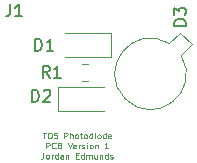
<source format=gbr>
%TF.GenerationSoftware,KiCad,Pcbnew,(5.1.6-0-10_14)*%
%TF.CreationDate,2020-10-21T16:06:14-07:00*%
%TF.ProjectId,photodiode_pcb,70686f74-6f64-4696-9f64-655f7063622e,rev?*%
%TF.SameCoordinates,Original*%
%TF.FileFunction,Legend,Top*%
%TF.FilePolarity,Positive*%
%FSLAX46Y46*%
G04 Gerber Fmt 4.6, Leading zero omitted, Abs format (unit mm)*
G04 Created by KiCad (PCBNEW (5.1.6-0-10_14)) date 2020-10-21 16:06:14*
%MOMM*%
%LPD*%
G01*
G04 APERTURE LIST*
%ADD10C,0.100000*%
%ADD11C,0.120000*%
%ADD12C,0.150000*%
G04 APERTURE END LIST*
D10*
X142117333Y-99714190D02*
X142403047Y-99714190D01*
X142260190Y-100214190D02*
X142260190Y-99714190D01*
X142664952Y-99714190D02*
X142760190Y-99714190D01*
X142807809Y-99738000D01*
X142855428Y-99785619D01*
X142879238Y-99880857D01*
X142879238Y-100047523D01*
X142855428Y-100142761D01*
X142807809Y-100190380D01*
X142760190Y-100214190D01*
X142664952Y-100214190D01*
X142617333Y-100190380D01*
X142569714Y-100142761D01*
X142545904Y-100047523D01*
X142545904Y-99880857D01*
X142569714Y-99785619D01*
X142617333Y-99738000D01*
X142664952Y-99714190D01*
X143331619Y-99714190D02*
X143093523Y-99714190D01*
X143069714Y-99952285D01*
X143093523Y-99928476D01*
X143141142Y-99904666D01*
X143260190Y-99904666D01*
X143307809Y-99928476D01*
X143331619Y-99952285D01*
X143355428Y-99999904D01*
X143355428Y-100118952D01*
X143331619Y-100166571D01*
X143307809Y-100190380D01*
X143260190Y-100214190D01*
X143141142Y-100214190D01*
X143093523Y-100190380D01*
X143069714Y-100166571D01*
X143950666Y-100214190D02*
X143950666Y-99714190D01*
X144141142Y-99714190D01*
X144188761Y-99738000D01*
X144212571Y-99761809D01*
X144236380Y-99809428D01*
X144236380Y-99880857D01*
X144212571Y-99928476D01*
X144188761Y-99952285D01*
X144141142Y-99976095D01*
X143950666Y-99976095D01*
X144450666Y-100214190D02*
X144450666Y-99714190D01*
X144664952Y-100214190D02*
X144664952Y-99952285D01*
X144641142Y-99904666D01*
X144593523Y-99880857D01*
X144522095Y-99880857D01*
X144474476Y-99904666D01*
X144450666Y-99928476D01*
X144974476Y-100214190D02*
X144926857Y-100190380D01*
X144903047Y-100166571D01*
X144879238Y-100118952D01*
X144879238Y-99976095D01*
X144903047Y-99928476D01*
X144926857Y-99904666D01*
X144974476Y-99880857D01*
X145045904Y-99880857D01*
X145093523Y-99904666D01*
X145117333Y-99928476D01*
X145141142Y-99976095D01*
X145141142Y-100118952D01*
X145117333Y-100166571D01*
X145093523Y-100190380D01*
X145045904Y-100214190D01*
X144974476Y-100214190D01*
X145284000Y-99880857D02*
X145474476Y-99880857D01*
X145355428Y-99714190D02*
X145355428Y-100142761D01*
X145379238Y-100190380D01*
X145426857Y-100214190D01*
X145474476Y-100214190D01*
X145712571Y-100214190D02*
X145664952Y-100190380D01*
X145641142Y-100166571D01*
X145617333Y-100118952D01*
X145617333Y-99976095D01*
X145641142Y-99928476D01*
X145664952Y-99904666D01*
X145712571Y-99880857D01*
X145784000Y-99880857D01*
X145831619Y-99904666D01*
X145855428Y-99928476D01*
X145879238Y-99976095D01*
X145879238Y-100118952D01*
X145855428Y-100166571D01*
X145831619Y-100190380D01*
X145784000Y-100214190D01*
X145712571Y-100214190D01*
X146307809Y-100214190D02*
X146307809Y-99714190D01*
X146307809Y-100190380D02*
X146260190Y-100214190D01*
X146164952Y-100214190D01*
X146117333Y-100190380D01*
X146093523Y-100166571D01*
X146069714Y-100118952D01*
X146069714Y-99976095D01*
X146093523Y-99928476D01*
X146117333Y-99904666D01*
X146164952Y-99880857D01*
X146260190Y-99880857D01*
X146307809Y-99904666D01*
X146545904Y-100214190D02*
X146545904Y-99880857D01*
X146545904Y-99714190D02*
X146522095Y-99738000D01*
X146545904Y-99761809D01*
X146569714Y-99738000D01*
X146545904Y-99714190D01*
X146545904Y-99761809D01*
X146855428Y-100214190D02*
X146807809Y-100190380D01*
X146784000Y-100166571D01*
X146760190Y-100118952D01*
X146760190Y-99976095D01*
X146784000Y-99928476D01*
X146807809Y-99904666D01*
X146855428Y-99880857D01*
X146926857Y-99880857D01*
X146974476Y-99904666D01*
X146998285Y-99928476D01*
X147022095Y-99976095D01*
X147022095Y-100118952D01*
X146998285Y-100166571D01*
X146974476Y-100190380D01*
X146926857Y-100214190D01*
X146855428Y-100214190D01*
X147450666Y-100214190D02*
X147450666Y-99714190D01*
X147450666Y-100190380D02*
X147403047Y-100214190D01*
X147307809Y-100214190D01*
X147260190Y-100190380D01*
X147236380Y-100166571D01*
X147212571Y-100118952D01*
X147212571Y-99976095D01*
X147236380Y-99928476D01*
X147260190Y-99904666D01*
X147307809Y-99880857D01*
X147403047Y-99880857D01*
X147450666Y-99904666D01*
X147879238Y-100190380D02*
X147831619Y-100214190D01*
X147736380Y-100214190D01*
X147688761Y-100190380D01*
X147664952Y-100142761D01*
X147664952Y-99952285D01*
X147688761Y-99904666D01*
X147736380Y-99880857D01*
X147831619Y-99880857D01*
X147879238Y-99904666D01*
X147903047Y-99952285D01*
X147903047Y-99999904D01*
X147664952Y-100047523D01*
X142426857Y-101064190D02*
X142426857Y-100564190D01*
X142617333Y-100564190D01*
X142664952Y-100588000D01*
X142688761Y-100611809D01*
X142712571Y-100659428D01*
X142712571Y-100730857D01*
X142688761Y-100778476D01*
X142664952Y-100802285D01*
X142617333Y-100826095D01*
X142426857Y-100826095D01*
X143212571Y-101016571D02*
X143188761Y-101040380D01*
X143117333Y-101064190D01*
X143069714Y-101064190D01*
X142998285Y-101040380D01*
X142950666Y-100992761D01*
X142926857Y-100945142D01*
X142903047Y-100849904D01*
X142903047Y-100778476D01*
X142926857Y-100683238D01*
X142950666Y-100635619D01*
X142998285Y-100588000D01*
X143069714Y-100564190D01*
X143117333Y-100564190D01*
X143188761Y-100588000D01*
X143212571Y-100611809D01*
X143593523Y-100802285D02*
X143664952Y-100826095D01*
X143688761Y-100849904D01*
X143712571Y-100897523D01*
X143712571Y-100968952D01*
X143688761Y-101016571D01*
X143664952Y-101040380D01*
X143617333Y-101064190D01*
X143426857Y-101064190D01*
X143426857Y-100564190D01*
X143593523Y-100564190D01*
X143641142Y-100588000D01*
X143664952Y-100611809D01*
X143688761Y-100659428D01*
X143688761Y-100707047D01*
X143664952Y-100754666D01*
X143641142Y-100778476D01*
X143593523Y-100802285D01*
X143426857Y-100802285D01*
X144236380Y-100564190D02*
X144403047Y-101064190D01*
X144569714Y-100564190D01*
X144926857Y-101040380D02*
X144879238Y-101064190D01*
X144784000Y-101064190D01*
X144736380Y-101040380D01*
X144712571Y-100992761D01*
X144712571Y-100802285D01*
X144736380Y-100754666D01*
X144784000Y-100730857D01*
X144879238Y-100730857D01*
X144926857Y-100754666D01*
X144950666Y-100802285D01*
X144950666Y-100849904D01*
X144712571Y-100897523D01*
X145164952Y-101064190D02*
X145164952Y-100730857D01*
X145164952Y-100826095D02*
X145188761Y-100778476D01*
X145212571Y-100754666D01*
X145260190Y-100730857D01*
X145307809Y-100730857D01*
X145450666Y-101040380D02*
X145498285Y-101064190D01*
X145593523Y-101064190D01*
X145641142Y-101040380D01*
X145664952Y-100992761D01*
X145664952Y-100968952D01*
X145641142Y-100921333D01*
X145593523Y-100897523D01*
X145522095Y-100897523D01*
X145474476Y-100873714D01*
X145450666Y-100826095D01*
X145450666Y-100802285D01*
X145474476Y-100754666D01*
X145522095Y-100730857D01*
X145593523Y-100730857D01*
X145641142Y-100754666D01*
X145879238Y-101064190D02*
X145879238Y-100730857D01*
X145879238Y-100564190D02*
X145855428Y-100588000D01*
X145879238Y-100611809D01*
X145903047Y-100588000D01*
X145879238Y-100564190D01*
X145879238Y-100611809D01*
X146188761Y-101064190D02*
X146141142Y-101040380D01*
X146117333Y-101016571D01*
X146093523Y-100968952D01*
X146093523Y-100826095D01*
X146117333Y-100778476D01*
X146141142Y-100754666D01*
X146188761Y-100730857D01*
X146260190Y-100730857D01*
X146307809Y-100754666D01*
X146331619Y-100778476D01*
X146355428Y-100826095D01*
X146355428Y-100968952D01*
X146331619Y-101016571D01*
X146307809Y-101040380D01*
X146260190Y-101064190D01*
X146188761Y-101064190D01*
X146569714Y-100730857D02*
X146569714Y-101064190D01*
X146569714Y-100778476D02*
X146593523Y-100754666D01*
X146641142Y-100730857D01*
X146712571Y-100730857D01*
X146760190Y-100754666D01*
X146784000Y-100802285D01*
X146784000Y-101064190D01*
X147664952Y-101064190D02*
X147379238Y-101064190D01*
X147522095Y-101064190D02*
X147522095Y-100564190D01*
X147474476Y-100635619D01*
X147426857Y-100683238D01*
X147379238Y-100707047D01*
X142188761Y-101414190D02*
X142188761Y-101771333D01*
X142164952Y-101842761D01*
X142117333Y-101890380D01*
X142045904Y-101914190D01*
X141998285Y-101914190D01*
X142498285Y-101914190D02*
X142450666Y-101890380D01*
X142426857Y-101866571D01*
X142403047Y-101818952D01*
X142403047Y-101676095D01*
X142426857Y-101628476D01*
X142450666Y-101604666D01*
X142498285Y-101580857D01*
X142569714Y-101580857D01*
X142617333Y-101604666D01*
X142641142Y-101628476D01*
X142664952Y-101676095D01*
X142664952Y-101818952D01*
X142641142Y-101866571D01*
X142617333Y-101890380D01*
X142569714Y-101914190D01*
X142498285Y-101914190D01*
X142879238Y-101914190D02*
X142879238Y-101580857D01*
X142879238Y-101676095D02*
X142903047Y-101628476D01*
X142926857Y-101604666D01*
X142974476Y-101580857D01*
X143022095Y-101580857D01*
X143403047Y-101914190D02*
X143403047Y-101414190D01*
X143403047Y-101890380D02*
X143355428Y-101914190D01*
X143260190Y-101914190D01*
X143212571Y-101890380D01*
X143188761Y-101866571D01*
X143164952Y-101818952D01*
X143164952Y-101676095D01*
X143188761Y-101628476D01*
X143212571Y-101604666D01*
X143260190Y-101580857D01*
X143355428Y-101580857D01*
X143403047Y-101604666D01*
X143855428Y-101914190D02*
X143855428Y-101652285D01*
X143831619Y-101604666D01*
X143784000Y-101580857D01*
X143688761Y-101580857D01*
X143641142Y-101604666D01*
X143855428Y-101890380D02*
X143807809Y-101914190D01*
X143688761Y-101914190D01*
X143641142Y-101890380D01*
X143617333Y-101842761D01*
X143617333Y-101795142D01*
X143641142Y-101747523D01*
X143688761Y-101723714D01*
X143807809Y-101723714D01*
X143855428Y-101699904D01*
X144093523Y-101580857D02*
X144093523Y-101914190D01*
X144093523Y-101628476D02*
X144117333Y-101604666D01*
X144164952Y-101580857D01*
X144236380Y-101580857D01*
X144284000Y-101604666D01*
X144307809Y-101652285D01*
X144307809Y-101914190D01*
X144926857Y-101652285D02*
X145093523Y-101652285D01*
X145164952Y-101914190D02*
X144926857Y-101914190D01*
X144926857Y-101414190D01*
X145164952Y-101414190D01*
X145593523Y-101914190D02*
X145593523Y-101414190D01*
X145593523Y-101890380D02*
X145545904Y-101914190D01*
X145450666Y-101914190D01*
X145403047Y-101890380D01*
X145379238Y-101866571D01*
X145355428Y-101818952D01*
X145355428Y-101676095D01*
X145379238Y-101628476D01*
X145403047Y-101604666D01*
X145450666Y-101580857D01*
X145545904Y-101580857D01*
X145593523Y-101604666D01*
X145831619Y-101914190D02*
X145831619Y-101580857D01*
X145831619Y-101628476D02*
X145855428Y-101604666D01*
X145903047Y-101580857D01*
X145974476Y-101580857D01*
X146022095Y-101604666D01*
X146045904Y-101652285D01*
X146045904Y-101914190D01*
X146045904Y-101652285D02*
X146069714Y-101604666D01*
X146117333Y-101580857D01*
X146188761Y-101580857D01*
X146236380Y-101604666D01*
X146260190Y-101652285D01*
X146260190Y-101914190D01*
X146712571Y-101580857D02*
X146712571Y-101914190D01*
X146498285Y-101580857D02*
X146498285Y-101842761D01*
X146522095Y-101890380D01*
X146569714Y-101914190D01*
X146641142Y-101914190D01*
X146688761Y-101890380D01*
X146712571Y-101866571D01*
X146950666Y-101580857D02*
X146950666Y-101914190D01*
X146950666Y-101628476D02*
X146974476Y-101604666D01*
X147022095Y-101580857D01*
X147093523Y-101580857D01*
X147141142Y-101604666D01*
X147164952Y-101652285D01*
X147164952Y-101914190D01*
X147617333Y-101914190D02*
X147617333Y-101414190D01*
X147617333Y-101890380D02*
X147569714Y-101914190D01*
X147474476Y-101914190D01*
X147426857Y-101890380D01*
X147403047Y-101866571D01*
X147379238Y-101818952D01*
X147379238Y-101676095D01*
X147403047Y-101628476D01*
X147426857Y-101604666D01*
X147474476Y-101580857D01*
X147569714Y-101580857D01*
X147617333Y-101604666D01*
X147831619Y-101890380D02*
X147879238Y-101914190D01*
X147974476Y-101914190D01*
X148022095Y-101890380D01*
X148045904Y-101842761D01*
X148045904Y-101818952D01*
X148022095Y-101771333D01*
X147974476Y-101747523D01*
X147903047Y-101747523D01*
X147855428Y-101723714D01*
X147831619Y-101676095D01*
X147831619Y-101652285D01*
X147855428Y-101604666D01*
X147903047Y-101580857D01*
X147974476Y-101580857D01*
X148022095Y-101604666D01*
D11*
%TO.C,R1*%
X145416748Y-93905000D02*
X145939252Y-93905000D01*
X145416748Y-95325000D02*
X145939252Y-95325000D01*
%TO.C,D3*%
X152839544Y-92169850D02*
G75*
G03*
X153829281Y-93159669I-1582544J-2572150D01*
G01*
X153829281Y-93159669D02*
X154741448Y-92247501D01*
X154741448Y-92247501D02*
X153751499Y-91257552D01*
X153751499Y-91257552D02*
X152839331Y-92169719D01*
%TO.C,D2*%
X143418000Y-95901000D02*
X143418000Y-97901000D01*
X143418000Y-97901000D02*
X147318000Y-97901000D01*
X143418000Y-95901000D02*
X147318000Y-95901000D01*
%TO.C,D1*%
X147918000Y-93329000D02*
X147918000Y-91329000D01*
X147918000Y-91329000D02*
X144018000Y-91329000D01*
X147918000Y-93329000D02*
X144018000Y-93329000D01*
%TO.C,J1*%
D12*
X139366666Y-88860380D02*
X139366666Y-89574666D01*
X139319047Y-89717523D01*
X139223809Y-89812761D01*
X139080952Y-89860380D01*
X138985714Y-89860380D01*
X140366666Y-89860380D02*
X139795238Y-89860380D01*
X140080952Y-89860380D02*
X140080952Y-88860380D01*
X139985714Y-89003238D01*
X139890476Y-89098476D01*
X139795238Y-89146095D01*
%TO.C,R1*%
X142708333Y-95067380D02*
X142375000Y-94591190D01*
X142136904Y-95067380D02*
X142136904Y-94067380D01*
X142517857Y-94067380D01*
X142613095Y-94115000D01*
X142660714Y-94162619D01*
X142708333Y-94257857D01*
X142708333Y-94400714D01*
X142660714Y-94495952D01*
X142613095Y-94543571D01*
X142517857Y-94591190D01*
X142136904Y-94591190D01*
X143660714Y-95067380D02*
X143089285Y-95067380D01*
X143375000Y-95067380D02*
X143375000Y-94067380D01*
X143279761Y-94210238D01*
X143184523Y-94305476D01*
X143089285Y-94353095D01*
%TO.C,D3*%
X154249380Y-90654095D02*
X153249380Y-90654095D01*
X153249380Y-90416000D01*
X153297000Y-90273142D01*
X153392238Y-90177904D01*
X153487476Y-90130285D01*
X153677952Y-90082666D01*
X153820809Y-90082666D01*
X154011285Y-90130285D01*
X154106523Y-90177904D01*
X154201761Y-90273142D01*
X154249380Y-90416000D01*
X154249380Y-90654095D01*
X153249380Y-89749333D02*
X153249380Y-89130285D01*
X153630333Y-89463619D01*
X153630333Y-89320761D01*
X153677952Y-89225523D01*
X153725571Y-89177904D01*
X153820809Y-89130285D01*
X154058904Y-89130285D01*
X154154142Y-89177904D01*
X154201761Y-89225523D01*
X154249380Y-89320761D01*
X154249380Y-89606476D01*
X154201761Y-89701714D01*
X154154142Y-89749333D01*
%TO.C,D2*%
X141247904Y-97099380D02*
X141247904Y-96099380D01*
X141486000Y-96099380D01*
X141628857Y-96147000D01*
X141724095Y-96242238D01*
X141771714Y-96337476D01*
X141819333Y-96527952D01*
X141819333Y-96670809D01*
X141771714Y-96861285D01*
X141724095Y-96956523D01*
X141628857Y-97051761D01*
X141486000Y-97099380D01*
X141247904Y-97099380D01*
X142200285Y-96194619D02*
X142247904Y-96147000D01*
X142343142Y-96099380D01*
X142581238Y-96099380D01*
X142676476Y-96147000D01*
X142724095Y-96194619D01*
X142771714Y-96289857D01*
X142771714Y-96385095D01*
X142724095Y-96527952D01*
X142152666Y-97099380D01*
X142771714Y-97099380D01*
%TO.C,D1*%
X141501904Y-92781380D02*
X141501904Y-91781380D01*
X141740000Y-91781380D01*
X141882857Y-91829000D01*
X141978095Y-91924238D01*
X142025714Y-92019476D01*
X142073333Y-92209952D01*
X142073333Y-92352809D01*
X142025714Y-92543285D01*
X141978095Y-92638523D01*
X141882857Y-92733761D01*
X141740000Y-92781380D01*
X141501904Y-92781380D01*
X143025714Y-92781380D02*
X142454285Y-92781380D01*
X142740000Y-92781380D02*
X142740000Y-91781380D01*
X142644761Y-91924238D01*
X142549523Y-92019476D01*
X142454285Y-92067095D01*
%TD*%
M02*

</source>
